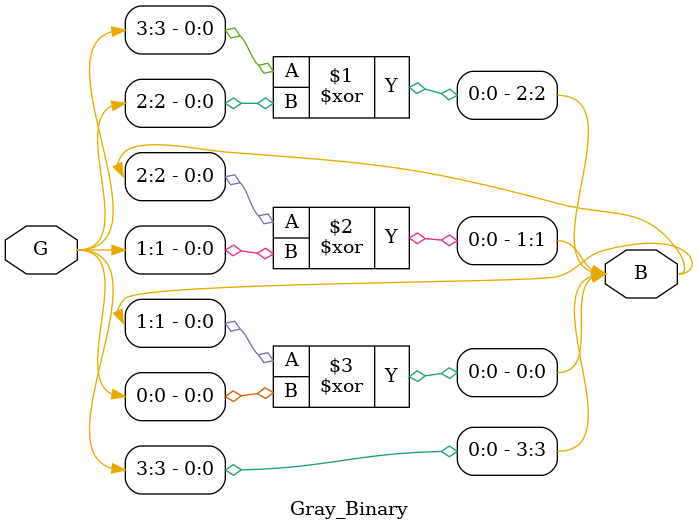
<source format=v>
module Gray_Binary(B, G);
input [3:0]G;
output [3:0]B;

buf(B[3], G[3]);
xor(B[2], B[3], G[2]);
xor(B[1], B[2], G[1]);
xor(B[0], B[1], G[0]);


endmodule

</source>
